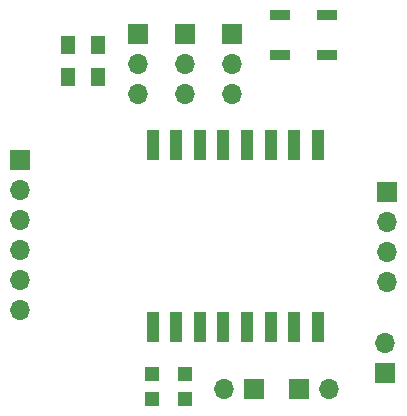
<source format=gbr>
G04 #@! TF.FileFunction,Soldermask,Top*
%FSLAX46Y46*%
G04 Gerber Fmt 4.6, Leading zero omitted, Abs format (unit mm)*
G04 Created by KiCad (PCBNEW 4.0.7) date Tuesday, 24 April 2018 'PMt' 13:45:20*
%MOMM*%
%LPD*%
G01*
G04 APERTURE LIST*
%ADD10C,0.100000*%
%ADD11R,1.100000X2.500000*%
%ADD12R,1.198880X1.198880*%
%ADD13R,1.700000X1.700000*%
%ADD14O,1.700000X1.700000*%
%ADD15R,1.300000X1.500000*%
%ADD16R,1.700000X0.900000*%
G04 APERTURE END LIST*
D10*
D11*
X128250000Y-82700000D03*
X130250000Y-82700000D03*
X132250000Y-82700000D03*
X134250000Y-82700000D03*
X136250000Y-82700000D03*
X138250000Y-82700000D03*
X140250000Y-82700000D03*
X142250000Y-82700000D03*
X142250000Y-67300000D03*
X140250000Y-67300000D03*
X138250000Y-67300000D03*
X136250000Y-67300000D03*
X134250000Y-67300000D03*
X132250000Y-67300000D03*
X130250000Y-67300000D03*
X128250000Y-67300000D03*
D12*
X128225000Y-86726960D03*
X128225000Y-88825000D03*
X130975000Y-86726960D03*
X130975000Y-88825000D03*
D13*
X127000000Y-57920000D03*
D14*
X127000000Y-60460000D03*
X127000000Y-63000000D03*
D13*
X135000000Y-57920000D03*
D14*
X135000000Y-60460000D03*
X135000000Y-63000000D03*
D13*
X131000000Y-57920000D03*
D14*
X131000000Y-60460000D03*
X131000000Y-63000000D03*
D13*
X147900000Y-86600000D03*
D14*
X147900000Y-84060000D03*
D15*
X123650000Y-58850000D03*
X123650000Y-61550000D03*
X121100000Y-58850000D03*
X121100000Y-61550000D03*
D16*
X139000000Y-56300000D03*
X139000000Y-59700000D03*
X143000000Y-56300000D03*
X143000000Y-59700000D03*
D13*
X148100000Y-71300000D03*
D14*
X148100000Y-73840000D03*
X148100000Y-76380000D03*
X148100000Y-78920000D03*
D13*
X140660000Y-88000000D03*
D14*
X143200000Y-88000000D03*
D13*
X136800000Y-88000000D03*
D14*
X134260000Y-88000000D03*
D13*
X117000000Y-68580000D03*
D14*
X117000000Y-71120000D03*
X117000000Y-73660000D03*
X117000000Y-76200000D03*
X117000000Y-78740000D03*
X117000000Y-81280000D03*
M02*

</source>
